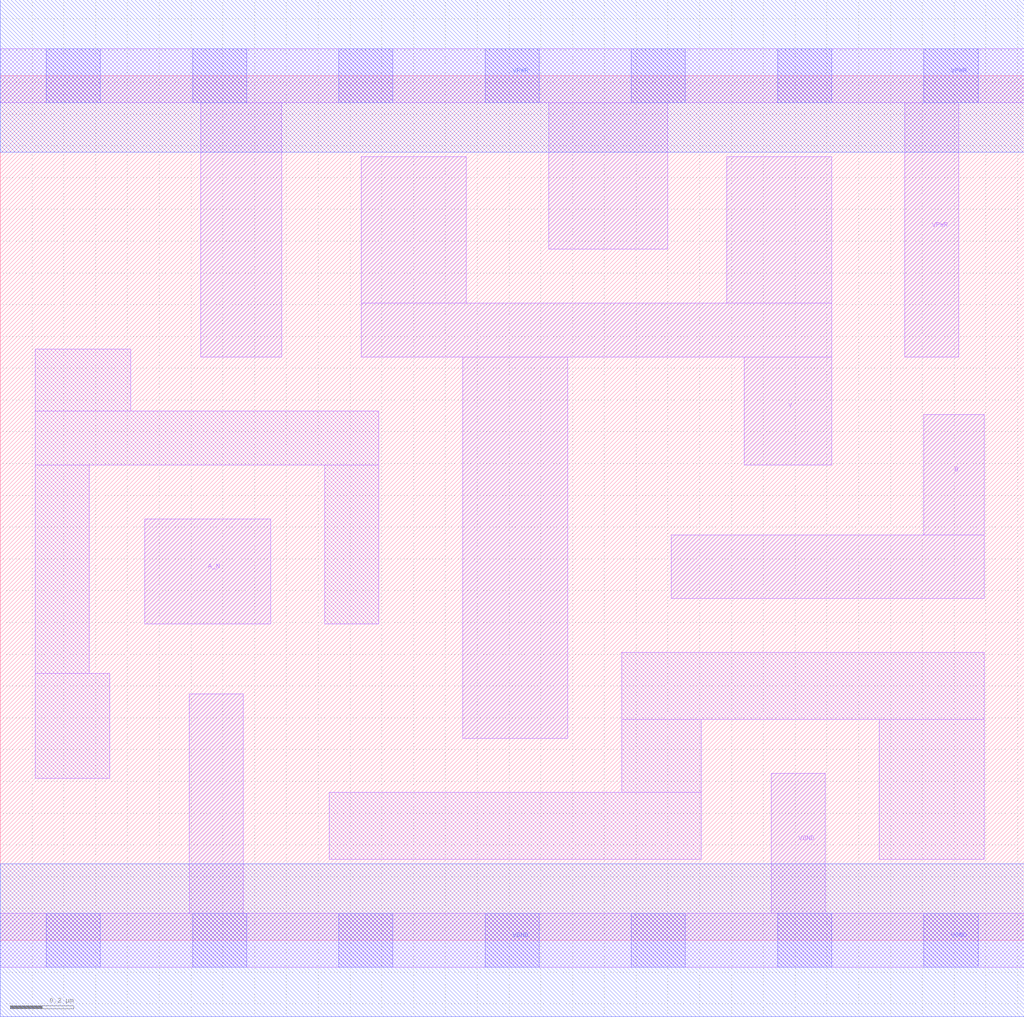
<source format=lef>
# Copyright 2020 The SkyWater PDK Authors
#
# Licensed under the Apache License, Version 2.0 (the "License");
# you may not use this file except in compliance with the License.
# You may obtain a copy of the License at
#
#     https://www.apache.org/licenses/LICENSE-2.0
#
# Unless required by applicable law or agreed to in writing, software
# distributed under the License is distributed on an "AS IS" BASIS,
# WITHOUT WARRANTIES OR CONDITIONS OF ANY KIND, either express or implied.
# See the License for the specific language governing permissions and
# limitations under the License.
#
# SPDX-License-Identifier: Apache-2.0

VERSION 5.7 ;
  NAMESCASESENSITIVE ON ;
  NOWIREEXTENSIONATPIN ON ;
  DIVIDERCHAR "/" ;
  BUSBITCHARS "[]" ;
UNITS
  DATABASE MICRONS 200 ;
END UNITS
PROPERTYDEFINITIONS
  MACRO maskLayoutSubType STRING ;
  MACRO prCellType STRING ;
  MACRO originalViewName STRING ;
END PROPERTYDEFINITIONS
MACRO sky130_fd_sc_hdll__nand2b_2
  CLASS CORE ;
  FOREIGN sky130_fd_sc_hdll__nand2b_2 ;
  ORIGIN  0.000000  0.000000 ;
  SIZE  3.220000 BY  2.720000 ;
  SYMMETRY X Y R90 ;
  SITE unithd ;
  PIN A_N
    ANTENNAGATEAREA  0.138600 ;
    DIRECTION INPUT ;
    USE SIGNAL ;
    PORT
      LAYER li1 ;
        RECT 0.455000 0.995000 0.850000 1.325000 ;
    END
  END A_N
  PIN B
    ANTENNAGATEAREA  0.555000 ;
    DIRECTION INPUT ;
    USE SIGNAL ;
    PORT
      LAYER li1 ;
        RECT 2.110000 1.075000 3.095000 1.275000 ;
        RECT 2.905000 1.275000 3.095000 1.655000 ;
    END
  END B
  PIN Y
    ANTENNADIFFAREA  0.825500 ;
    DIRECTION OUTPUT ;
    USE SIGNAL ;
    PORT
      LAYER li1 ;
        RECT 1.135000 1.835000 2.615000 2.005000 ;
        RECT 1.135000 2.005000 1.465000 2.465000 ;
        RECT 1.455000 0.635000 1.785000 1.835000 ;
        RECT 2.285000 2.005000 2.615000 2.465000 ;
        RECT 2.340000 1.495000 2.615000 1.835000 ;
    END
  END Y
  PIN VGND
    DIRECTION INOUT ;
    USE GROUND ;
    PORT
      LAYER li1 ;
        RECT 0.000000 -0.085000 3.220000 0.085000 ;
        RECT 0.595000  0.085000 0.765000 0.775000 ;
        RECT 2.425000  0.085000 2.595000 0.525000 ;
      LAYER mcon ;
        RECT 0.145000 -0.085000 0.315000 0.085000 ;
        RECT 0.605000 -0.085000 0.775000 0.085000 ;
        RECT 1.065000 -0.085000 1.235000 0.085000 ;
        RECT 1.525000 -0.085000 1.695000 0.085000 ;
        RECT 1.985000 -0.085000 2.155000 0.085000 ;
        RECT 2.445000 -0.085000 2.615000 0.085000 ;
        RECT 2.905000 -0.085000 3.075000 0.085000 ;
      LAYER met1 ;
        RECT 0.000000 -0.240000 3.220000 0.240000 ;
    END
  END VGND
  PIN VPWR
    DIRECTION INOUT ;
    USE POWER ;
    PORT
      LAYER li1 ;
        RECT 0.000000 2.635000 3.220000 2.805000 ;
        RECT 0.630000 1.835000 0.885000 2.635000 ;
        RECT 1.725000 2.175000 2.100000 2.635000 ;
        RECT 2.845000 1.835000 3.015000 2.635000 ;
      LAYER mcon ;
        RECT 0.145000 2.635000 0.315000 2.805000 ;
        RECT 0.605000 2.635000 0.775000 2.805000 ;
        RECT 1.065000 2.635000 1.235000 2.805000 ;
        RECT 1.525000 2.635000 1.695000 2.805000 ;
        RECT 1.985000 2.635000 2.155000 2.805000 ;
        RECT 2.445000 2.635000 2.615000 2.805000 ;
        RECT 2.905000 2.635000 3.075000 2.805000 ;
      LAYER met1 ;
        RECT 0.000000 2.480000 3.220000 2.960000 ;
    END
  END VPWR
  OBS
    LAYER li1 ;
      RECT 0.110000 0.510000 0.345000 0.840000 ;
      RECT 0.110000 0.840000 0.280000 1.495000 ;
      RECT 0.110000 1.495000 1.190000 1.665000 ;
      RECT 0.110000 1.665000 0.410000 1.860000 ;
      RECT 1.020000 0.995000 1.190000 1.495000 ;
      RECT 1.035000 0.255000 2.205000 0.465000 ;
      RECT 1.955000 0.465000 2.205000 0.695000 ;
      RECT 1.955000 0.695000 3.095000 0.905000 ;
      RECT 2.765000 0.255000 3.095000 0.695000 ;
  END
  PROPERTY maskLayoutSubType "abstract" ;
  PROPERTY prCellType "standard" ;
  PROPERTY originalViewName "layout" ;
END sky130_fd_sc_hdll__nand2b_2

</source>
